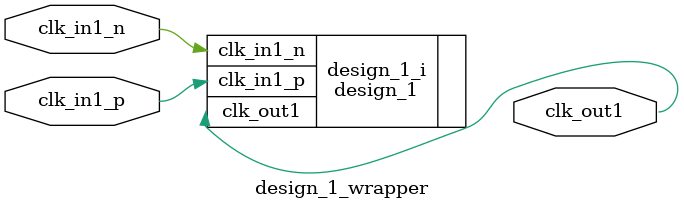
<source format=v>
`timescale 1 ps / 1 ps

module design_1_wrapper
   (clk_in1_n,
    clk_in1_p,
    clk_out1);
  input clk_in1_n;
  input clk_in1_p;
  output clk_out1;

  wire clk_in1_n;
  wire clk_in1_p;
  wire clk_out1;

  design_1 design_1_i
       (.clk_in1_n(clk_in1_n),
        .clk_in1_p(clk_in1_p),
        .clk_out1(clk_out1));
endmodule

</source>
